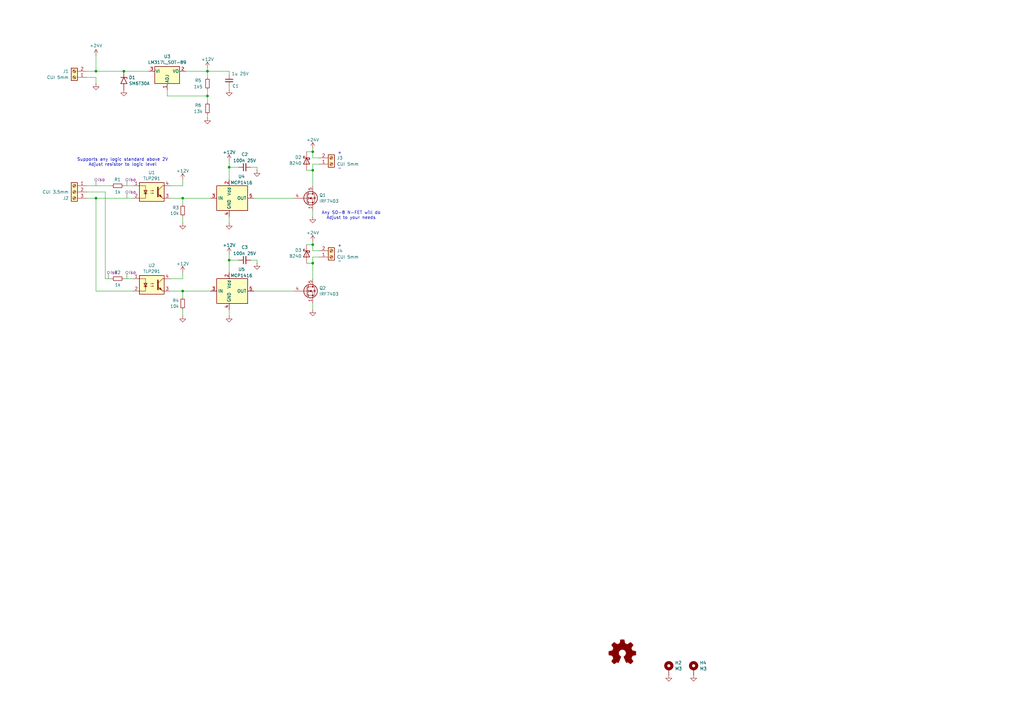
<source format=kicad_sch>
(kicad_sch (version 20231120) (generator "eeschema") (generator_version "8.0")
  (paper "A3")
  (title_block (date "2025-03-08") (company "mctom"))
  (lib_symbols
    (symbol "Connector:Screw_Terminal_01x02" (pin_names (offset 1.016) hide)
      (property "Reference" "J" (at 0 2.54 0))
      (property "Value" "Screw_Terminal_01x02" (at 0 -5.08 0))
      (symbol "Screw_Terminal_01x02_1_1"
        (rectangle (start -1.27 1.27) (end 1.27 -3.81) (stroke (width 0.254)) (fill (type background)))
        (circle (center 0 -2.54) (radius 0.635) (stroke (width 0.1524)))
        (polyline (pts (xy -0.5334 -2.2098) (xy 0.3302 -3.048)) (stroke (width 0.1524)))
        (polyline (pts (xy -0.5334 0.3302) (xy 0.3302 -0.508)) (stroke (width 0.1524)))
        (polyline (pts (xy -0.3556 -2.032) (xy 0.508 -2.8702)) (stroke (width 0.1524)))
        (polyline (pts (xy -0.3556 0.508) (xy 0.508 -0.3302)) (stroke (width 0.1524)))
        (circle (center 0 0) (radius 0.635) (stroke (width 0.1524)))
        (pin passive line (at -5.08 0 0) (length 3.81) (name "Pin_1") (number "1"))
        (pin passive line (at -5.08 -2.54 0) (length 3.81) (name "Pin_2") (number "2"))
      )
    )
    (symbol "Connector:Screw_Terminal_01x03" (pin_names (offset 1.016) hide)
      (property "Reference" "J" (at 0 5.08 0))
      (property "Value" "Screw_Terminal_01x03" (at 0 -5.08 0))
      (symbol "Screw_Terminal_01x03_1_1"
        (rectangle (start -1.27 3.81) (end 1.27 -3.81) (stroke (width 0.254)) (fill (type background)))
        (circle (center 0 -2.54) (radius 0.635) (stroke (width 0.1524)))
        (polyline (pts (xy -0.5334 -2.2098) (xy 0.3302 -3.048)) (stroke (width 0.1524)))
        (polyline (pts (xy -0.5334 0.3302) (xy 0.3302 -0.508)) (stroke (width 0.1524)))
        (polyline (pts (xy -0.5334 2.8702) (xy 0.3302 2.032)) (stroke (width 0.1524)))
        (polyline (pts (xy -0.3556 -2.032) (xy 0.508 -2.8702)) (stroke (width 0.1524)))
        (polyline (pts (xy -0.3556 0.508) (xy 0.508 -0.3302)) (stroke (width 0.1524)))
        (polyline (pts (xy -0.3556 3.048) (xy 0.508 2.2098)) (stroke (width 0.1524)))
        (circle (center 0 0) (radius 0.635) (stroke (width 0.1524)))
        (circle (center 0 2.54) (radius 0.635) (stroke (width 0.1524)))
        (pin passive line (at -5.08 2.54 0) (length 3.81) (name "Pin_1") (number "1"))
        (pin passive line (at -5.08 0 0) (length 3.81) (name "Pin_2") (number "2"))
        (pin passive line (at -5.08 -2.54 0) (length 3.81) (name "Pin_3") (number "3"))
      )
    )
    (symbol "Device:C_Small" (pin_numbers hide) (pin_names (offset 0.254) hide)
      (property "Reference" "C" (at 0.254 1.778 0))
      (property "Value" "C_Small" (at 0.254 -2.032 0))
      (symbol "C_Small_0_1"
        (polyline (pts (xy -1.524 -0.508) (xy 1.524 -0.508)) (stroke (width 0.3302)))
        (polyline (pts (xy -1.524 0.508) (xy 1.524 0.508)) (stroke (width 0.3048)))
      )
      (symbol "C_Small_1_1"
        (pin passive line (at 0 2.54 270) (length 2.032) (name "~") (number "1"))
        (pin passive line (at 0 -2.54 90) (length 2.032) (name "~") (number "2"))
      )
    )
    (symbol "Device:R_Small" (pin_numbers hide) (pin_names (offset 0.254) hide)
      (property "Reference" "R" (at 0.762 0.508 0))
      (property "Value" "R_Small" (at 0.762 -1.016 0))
      (symbol "R_Small_0_1"
        (rectangle (start -0.762 1.778) (end 0.762 -1.778) (stroke (width 0.2032)))
      )
      (symbol "R_Small_1_1"
        (pin passive line (at 0 2.54 270) (length 0.762) (name "~") (number "1"))
        (pin passive line (at 0 -2.54 90) (length 0.762) (name "~") (number "2"))
      )
    )
    (symbol "Diode:B240" (pin_numbers hide) (pin_names (offset 1.016) hide)
      (property "Reference" "D" (at 0 2.54 0))
      (property "Value" "B240" (at 0 -2.54 0))
      (symbol "B240_0_1"
        (polyline (pts (xy 1.27 0) (xy -1.27 0)))
        (polyline (pts (xy 1.27 1.27) (xy 1.27 -1.27) (xy -1.27 0) (xy 1.27 1.27)) (stroke (width 0.254)))
        (polyline (pts (xy -1.905 0.635) (xy -1.905 1.27) (xy -1.27 1.27) (xy -1.27 -1.27) (xy -0.635 -1.27) (xy -0.635 -0.635)) (stroke (width 0.254)))
      )
      (symbol "B240_1_1"
        (pin passive line (at -3.81 0 0) (length 2.54) (name "K") (number "1"))
        (pin passive line (at 3.81 0 180) (length 2.54) (name "A") (number "2"))
      )
    )
    (symbol "Diode:SM6T30A" (pin_numbers hide) (pin_names (offset 1.016) hide)
      (property "Reference" "D" (at 0 2.54 0))
      (property "Value" "SM6T30A" (at 0 -2.54 0))
      (symbol "SM6T30A_0_1"
        (polyline (pts (xy -0.762 1.27) (xy -1.27 1.27) (xy -1.27 -1.27)) (stroke (width 0.254)))
        (polyline (pts (xy 1.27 1.27) (xy 1.27 -1.27) (xy -1.27 0) (xy 1.27 1.27)) (stroke (width 0.254)))
      )
      (symbol "SM6T30A_1_1"
        (pin passive line (at -3.81 0 0) (length 2.54) (name "A1") (number "1"))
        (pin passive line (at 3.81 0 180) (length 2.54) (name "A2") (number "2"))
      )
    )
    (symbol "Driver_FET:MCP1416"
      (property "Reference" "U" (at -5.08 6.35 0))
      (property "Value" "MCP1416" (at 1.27 6.35 0))
      (symbol "MCP1416_0_1"
        (rectangle (start -5.08 5.08) (end 7.62 -5.08) (stroke (width 0.254)) (fill (type background)))
      )
      (symbol "MCP1416_1_1"
        (pin no_connect line (at 7.62 -2.54 180) (length 2.54) hide (name "NC") (number "1"))
        (pin power_in line (at 0 7.62 270) (length 2.54) (name "Vdd") (number "2"))
        (pin input line (at -7.62 0 0) (length 2.54) (name "IN") (number "3"))
        (pin power_in line (at 0 -7.62 90) (length 2.54) (name "GND") (number "4"))
        (pin output line (at 10.16 0 180) (length 2.54) (name "OUT") (number "5"))
      )
    )
    (symbol "Graphic:Logo_Open_Hardware_Small" (in_bom no) (on_board no)
      (symbol "Logo_Open_Hardware_Small_0_1"
        (polyline (pts (xy 3.3528 -4.3434) (xy 3.302 -4.318) (xy 3.175 -4.2418) (xy 2.9972 -4.1148) (xy 2.7686 -3.9624) (xy 2.54 -3.81) (xy 2.3622 -3.7084) (xy 2.2352 -3.6068) (xy 2.1844 -3.5814) (xy 2.159 -3.6068) (xy 2.0574 -3.6576) (xy 1.905 -3.7338) (xy 1.8034 -3.7846) (xy 1.6764 -3.8354) (xy 1.6002 -3.8354) (xy 1.6002 -3.8354) (xy 1.5494 -3.7338) (xy 1.4732 -3.5306) (xy 1.3462 -3.302) (xy 1.2446 -3.0226) (xy 1.1176 -2.7178) (xy 0.9652 -2.413) (xy 0.8636 -2.1082) (xy 0.7366 -1.8288) (xy 0.6604 -1.6256) (xy 0.6096 -1.4732) (xy 0.5842 -1.397) (xy 0.5842 -1.397) (xy 0.6604 -1.3208) (xy 0.7874 -1.2446) (xy 1.0414 -1.016) (xy 1.2954 -0.6858) (xy 1.4478 -0.3302) (xy 1.524 0.0762) (xy 1.4732 0.4572) (xy 1.3208 0.8128) (xy 1.0668 1.143) (xy 0.762 1.3716) (xy 0.4064 1.524) (xy 0 1.5748) (xy -0.381 1.5494) (xy -0.7366 1.397) (xy -1.0668 1.143) (xy -1.2192 0.9906) (xy -1.397 0.6604) (xy -1.524 0.3048) (xy -1.524 0.2286) (xy -1.4986 -0.1778) (xy -1.397 -0.5334) (xy -1.1938 -0.8636) (xy -0.9144 -1.143) (xy -0.8636 -1.1684) (xy -0.7366 -1.27) (xy -0.635 -1.3462) (xy -0.5842 -1.397) (xy -1.0668 -2.5908) (xy -1.143 -2.794) (xy -1.2954 -3.1242) (xy -1.397 -3.4036) (xy -1.4986 -3.6322) (xy -1.5748 -3.7846) (xy -1.6002 -3.8354) (xy -1.6002 -3.8354) (xy -1.651 -3.8354) (xy -1.7272 -3.81) (xy -1.905 -3.7338) (xy -2.0066 -3.683) (xy -2.1336 -3.6068) (xy -2.2098 -3.5814) (xy -2.2606 -3.6068) (xy -2.3622 -3.683) (xy -2.54 -3.81) (xy -2.7686 -3.9624) (xy -2.9718 -4.0894) (xy -3.1496 -4.2164) (xy -3.302 -4.318) (xy -3.3528 -4.3434) (xy -3.3782 -4.3434) (xy -3.429 -4.318) (xy -3.5306 -4.2164) (xy -3.7084 -4.064) (xy -3.937 -3.8354) (xy -3.9624 -3.81) (xy -4.1656 -3.6068) (xy -4.318 -3.4544) (xy -4.4196 -3.3274) (xy -4.445 -3.2766) (xy -4.445 -3.2766) (xy -4.4196 -3.2258) (xy -4.318 -3.0734) (xy -4.2164 -2.8956) (xy -4.064 -2.667) (xy -3.6576 -2.0828) (xy -3.8862 -1.5494) (xy -3.937 -1.3716) (xy -4.0386 -1.1684) (xy -4.0894 -1.0414) (xy -4.1148 -0.9652) (xy -4.191 -0.9398) (xy -4.318 -0.9144) (xy -4.5466 -0.8636) (xy -4.8006 -0.8128) (xy -5.0546 -0.7874) (xy -5.2578 -0.7366) (xy -5.4356 -0.7112) (xy -5.5118 -0.6858) (xy -5.5118 -0.6858) (xy -5.5372 -0.635) (xy -5.5372 -0.5588) (xy -5.5372 -0.4318) (xy -5.5626 -0.2286) (xy -5.5626 0.0762) (xy -5.5626 0.127) (xy -5.5372 0.4064) (xy -5.5372 0.635) (xy -5.5372 0.762) (xy -5.5372 0.8382) (xy -5.5372 0.8382) (xy -5.461 0.8382) (xy -5.3086 0.889) (xy -5.08 0.9144) (xy -4.826 0.9652) (xy -4.8006 0.9906) (xy -4.5466 1.0414) (xy -4.318 1.0668) (xy -4.1656 1.1176) (xy -4.0894 1.143) (xy -4.0894 1.143) (xy -4.0386 1.2446) (xy -3.9624 1.4224) (xy -3.8608 1.6256) (xy -3.7846 1.8288) (xy -3.7084 2.0066) (xy -3.6576 2.159) (xy -3.6322 2.2098) (xy -3.6322 2.2098) (xy -3.683 2.286) (xy -3.7592 2.413) (xy -3.8862 2.5908) (xy -4.064 2.8194) (xy -4.064 2.8448) (xy -4.2164 3.0734) (xy -4.3434 3.2512) (xy -4.4196 3.3782) (xy -4.445 3.4544) (xy -4.445 3.4544) (xy -4.3942 3.5052) (xy -4.2926 3.6322) (xy -4.1148 3.81) (xy -3.937 4.0132) (xy -3.8608 4.064) (xy -3.6576 4.2926) (xy -3.5052 4.4196) (xy -3.4036 4.4958) (xy -3.3528 4.5212) (xy -3.3528 4.5212) (xy -3.302 4.4704) (xy -3.1496 4.3688) (xy -2.9718 4.2418) (xy -2.7432 4.0894) (xy -2.7178 4.0894) (xy -2.4892 3.937) (xy -2.3114 3.81) (xy -2.1844 3.7084) (xy -2.1336 3.683) (xy -2.1082 3.683) (xy -2.032 3.7084) (xy -1.8542 3.7592) (xy -1.6764 3.8354) (xy -1.4732 3.937) (xy -1.27 4.0132) (xy -1.143 4.064) (xy -1.0668 4.1148) (xy -1.0668 4.1148) (xy -1.0414 4.191) (xy -1.016 4.3434) (xy -0.9652 4.572) (xy -0.9144 4.8514) (xy -0.889 4.9022) (xy -0.8382 5.1562) (xy -0.8128 5.3848) (xy -0.7874 5.5372) (xy -0.762 5.588) (xy -0.7112 5.6134) (xy -0.5842 5.6134) (xy -0.4064 5.6134) (xy -0.1524 5.6134) (xy 0.0762 5.6134) (xy 0.3302 5.6134) (xy 0.5334 5.6134) (xy 0.6858 5.588) (xy 0.7366 5.588) (xy 0.7366 5.588) (xy 0.762 5.5118) (xy 0.8128 5.334) (xy 0.8382 5.1054) (xy 0.9144 4.826) (xy 0.9144 4.7752) (xy 0.9652 4.5212) (xy 1.016 4.2926) (xy 1.0414 4.1402) (xy 1.0668 4.0894) (xy 1.0668 4.0894) (xy 1.1938 4.0386) (xy 1.3716 3.9624) (xy 1.5748 3.8608) (xy 2.0828 3.6576) (xy 2.7178 4.0894) (xy 2.7686 4.1402) (xy 2.9972 4.2926) (xy 3.175 4.4196) (xy 3.302 4.4958) (xy 3.3782 4.5212) (xy 3.3782 4.5212) (xy 3.429 4.4704) (xy 3.556 4.3434) (xy 3.7338 4.191) (xy 3.9116 3.9878) (xy 4.064 3.8354) (xy 4.2418 3.6576) (xy 4.3434 3.556) (xy 4.4196 3.4798) (xy 4.4196 3.429) (xy 4.4196 3.4036) (xy 4.3942 3.3274) (xy 4.2926 3.2004) (xy 4.1656 2.9972) (xy 4.0132 2.794) (xy 3.8862 2.5908) (xy 3.7592 2.3876) (xy 3.6576 2.2352) (xy 3.6322 2.159) (xy 3.6322 2.1336) (xy 3.683 2.0066) (xy 3.7592 1.8288) (xy 3.8608 1.6002) (xy 4.064 1.1176) (xy 4.3942 1.0414) (xy 4.5974 1.016) (xy 4.8768 0.9652) (xy 5.1308 0.9144) (xy 5.5372 0.8382) (xy 5.5626 -0.6604) (xy 5.4864 -0.6858) (xy 5.4356 -0.6858) (xy 5.2832 -0.7366) (xy 5.0546 -0.762) (xy 4.8006 -0.8128) (xy 4.5974 -0.8636) (xy 4.3688 -0.9144) (xy 4.2164 -0.9398) (xy 4.1402 -0.9398) (xy 4.1148 -0.9652) (xy 4.064 -1.0668) (xy 3.9878 -1.2446) (xy 3.9116 -1.4478) (xy 3.81 -1.651) (xy 3.7338 -1.8542) (xy 3.683 -2.0066) (xy 3.6576 -2.0828) (xy 3.683 -2.1336) (xy 3.7846 -2.2606) (xy 3.8862 -2.4638) (xy 4.0386 -2.667) (xy 4.191 -2.8956) (xy 4.318 -3.0734) (xy 4.3942 -3.2004) (xy 4.445 -3.2766) (xy 4.4196 -3.3274) (xy 4.3434 -3.429) (xy 4.1656 -3.5814) (xy 3.937 -3.8354) (xy 3.8862 -3.8608) (xy 3.683 -4.064) (xy 3.5306 -4.2164) (xy 3.4036 -4.318) (xy 3.3528 -4.3434)) (fill (type outline)))
      )
    )
    (symbol "Isolator:TLP291"
      (property "Reference" "U" (at -5.08 5.08 0))
      (property "Value" "TLP291" (at 0 5.08 0))
      (symbol "TLP291_0_1"
        (rectangle (start -5.08 3.81) (end 5.08 -3.81) (stroke (width 0.254)) (fill (type background)))
        (polyline (pts (xy -3.175 -0.635) (xy -1.905 -0.635)) (stroke (width 0.254)))
        (polyline (pts (xy 2.54 0.635) (xy 4.445 2.54)))
        (polyline (pts (xy 4.445 -2.54) (xy 2.54 -0.635)) (fill (type outline)))
        (polyline (pts (xy 4.445 -2.54) (xy 5.08 -2.54)))
        (polyline (pts (xy 4.445 2.54) (xy 5.08 2.54)))
        (polyline (pts (xy -2.54 -0.635) (xy -2.54 -2.54) (xy -5.08 -2.54)))
        (polyline (pts (xy 2.54 1.905) (xy 2.54 -1.905) (xy 2.54 -1.905)) (stroke (width 0.508)))
        (polyline (pts (xy -5.08 2.54) (xy -2.54 2.54) (xy -2.54 -1.27) (xy -2.54 0.635)))
        (polyline (pts (xy -2.54 -0.635) (xy -3.175 0.635) (xy -1.905 0.635) (xy -2.54 -0.635)) (stroke (width 0.254)))
        (polyline (pts (xy -0.508 -0.508) (xy 0.762 -0.508) (xy 0.381 -0.635) (xy 0.381 -0.381) (xy 0.762 -0.508)))
        (polyline (pts (xy -0.508 0.508) (xy 0.762 0.508) (xy 0.381 0.381) (xy 0.381 0.635) (xy 0.762 0.508)))
        (polyline (pts (xy 3.048 -1.651) (xy 3.556 -1.143) (xy 4.064 -2.159) (xy 3.048 -1.651) (xy 3.048 -1.651)) (fill (type outline)))
      )
      (symbol "TLP291_1_1"
        (pin passive line (at -7.62 2.54 0) (length 2.54) (name "~") (number "1"))
        (pin passive line (at -7.62 -2.54 0) (length 2.54) (name "~") (number "2"))
        (pin passive line (at 7.62 -2.54 180) (length 2.54) (name "~") (number "3"))
        (pin passive line (at 7.62 2.54 180) (length 2.54) (name "~") (number "4"))
      )
    )
    (symbol "Mechanical:MountingHole_Pad" (pin_numbers hide) (pin_names (offset 1.016) hide) (exclude_from_sim yes) (in_bom no)
      (property "Reference" "H" (at 0 6.35 0))
      (property "Value" "MountingHole_Pad" (at 0 4.445 0))
      (symbol "MountingHole_Pad_0_1"
        (circle (center 0 1.27) (radius 1.27) (stroke (width 1.27)))
      )
      (symbol "MountingHole_Pad_1_1"
        (pin input line (at 0 -2.54 90) (length 2.54) (name "1") (number "1"))
      )
    )
    (symbol "Regulator_Linear:LM317L_SOT-89" (pin_names (offset 0.254))
      (property "Reference" "U" (at -3.81 3.175 0))
      (property "Value" "LM317L_SOT-89" (at 0 3.175 0))
      (symbol "LM317L_SOT-89_0_1"
        (rectangle (start -5.08 1.905) (end 5.08 -5.08) (stroke (width 0.254)) (fill (type background)))
      )
      (symbol "LM317L_SOT-89_1_1"
        (pin input line (at 0 -7.62 90) (length 2.54) (name "ADJ") (number "1"))
        (pin power_out line (at 7.62 0 180) (length 2.54) (name "VO") (number "2"))
        (pin power_in line (at -7.62 0 0) (length 2.54) (name "VI") (number "3"))
      )
    )
    (symbol "Transistor_FET:IRF7403" (pin_names hide)
      (property "Reference" "Q" (at 5.08 1.905 0))
      (property "Value" "IRF7403" (at 5.08 0 0))
      (symbol "IRF7403_0_1"
        (polyline (pts (xy 0.254 0) (xy -2.54 0)))
        (polyline (pts (xy 0.254 1.905) (xy 0.254 -1.905)) (stroke (width 0.254)))
        (polyline (pts (xy 0.762 -1.27) (xy 0.762 -2.286)) (stroke (width 0.254)))
        (polyline (pts (xy 0.762 0.508) (xy 0.762 -0.508)) (stroke (width 0.254)))
        (polyline (pts (xy 0.762 2.286) (xy 0.762 1.27)) (stroke (width 0.254)))
        (polyline (pts (xy 2.54 2.54) (xy 2.54 1.778)))
        (polyline (pts (xy 2.54 -2.54) (xy 2.54 0) (xy 0.762 0)))
        (polyline (pts (xy 0.762 -1.778) (xy 3.302 -1.778) (xy 3.302 1.778) (xy 0.762 1.778)))
        (polyline (pts (xy 1.016 0) (xy 2.032 0.381) (xy 2.032 -0.381) (xy 1.016 0)) (fill (type outline)))
        (polyline (pts (xy 2.794 0.508) (xy 2.921 0.381) (xy 3.683 0.381) (xy 3.81 0.254)))
        (polyline (pts (xy 3.302 0.381) (xy 2.921 -0.254) (xy 3.683 -0.254) (xy 3.302 0.381)))
        (circle (center 1.651 0) (radius 2.794) (stroke (width 0.254)))
        (circle (center 2.54 -1.778) (radius 0.254) (fill (type outline)))
        (circle (center 2.54 1.778) (radius 0.254) (fill (type outline)))
      )
      (symbol "IRF7403_1_1"
        (pin passive line (at 2.54 -5.08 90) (length 2.54) (name "S") (number "1"))
        (pin passive line (at 2.54 -5.08 90) (length 2.54) hide (name "S") (number "2"))
        (pin passive line (at 2.54 -5.08 90) (length 2.54) hide (name "S") (number "3"))
        (pin input line (at -5.08 0 0) (length 2.54) (name "G") (number "4"))
        (pin passive line (at 2.54 5.08 270) (length 2.54) (name "D") (number "5"))
        (pin passive line (at 2.54 5.08 270) (length 2.54) hide (name "D") (number "6"))
        (pin passive line (at 2.54 5.08 270) (length 2.54) hide (name "D") (number "7"))
        (pin passive line (at 2.54 5.08 270) (length 2.54) hide (name "D") (number "8"))
      )
    )
    (symbol "power:+12V" (power) (pin_names (offset 0))
      (property "Value" "+12V" (at 0 3.556 0))
      (symbol "+12V_0_1"
        (polyline (pts (xy -0.762 1.27) (xy 0 2.54)))
        (polyline (pts (xy 0 0) (xy 0 2.54)))
        (polyline (pts (xy 0 2.54) (xy 0.762 1.27)))
      )
      (symbol "+12V_1_1"
        (pin power_in line (at 0 0 90) (length 0) hide (name "+12V") (number "1"))
      )
    )
    (symbol "power:+24V" (power) (pin_numbers hide) (pin_names (offset 0) hide)
      (property "Value" "+24V" (at 0 3.556 0))
      (symbol "+24V_0_1"
        (polyline (pts (xy -0.762 1.27) (xy 0 2.54)))
        (polyline (pts (xy 0 0) (xy 0 2.54)))
        (polyline (pts (xy 0 2.54) (xy 0.762 1.27)))
      )
      (symbol "+24V_1_1"
        (pin power_in line (at 0 0 90) (length 0) (name "~") (number "1"))
      )
    )
    (symbol "power:GND" (power) (pin_numbers hide) (pin_names (offset 0) hide)
      (property "Value" "GND" (at 0 -3.81 0))
      (symbol "GND_0_1"
        (polyline (pts (xy 0 0) (xy 0 -1.27) (xy 1.27 -1.27) (xy 0 -2.54) (xy -1.27 -1.27) (xy 0 -1.27)))
      )
      (symbol "GND_1_1"
        (pin power_in line (at 0 0 270) (length 0) (name "~") (number "1"))
      )
    )
  )
  (junction (at 93.98 68.58))
  (junction (at 74.93 119.38))
  (junction (at 39.37 81.28))
  (junction (at 93.98 106.68))
  (junction (at 39.37 29.21))
  (junction (at 85.09 29.21))
  (junction (at 50.8 29.21))
  (junction (at 128.27 62.23))
  (junction (at 128.27 107.95))
  (junction (at 128.27 69.85))
  (junction (at 74.93 81.28))
  (junction (at 128.27 100.33))
  (junction (at 85.09 39.37))
  (wire (pts (xy 93.98 88.9) (xy 93.98 91.44)))
  (wire (pts (xy 128.27 86.36) (xy 128.27 88.9)))
  (wire (pts (xy 69.85 119.38) (xy 74.93 119.38)))
  (wire (pts (xy 128.27 105.41) (xy 128.27 107.95)))
  (wire (pts (xy 69.85 76.2) (xy 74.93 76.2)))
  (wire (pts (xy 85.09 39.37) (xy 85.09 41.91)))
  (wire (pts (xy 125.73 69.85) (xy 128.27 69.85)))
  (wire (pts (xy 68.58 39.37) (xy 85.09 39.37)))
  (wire (pts (xy 74.93 121.92) (xy 74.93 119.38)))
  (wire (pts (xy 69.85 81.28) (xy 74.93 81.28)))
  (wire (pts (xy 74.93 83.82) (xy 74.93 81.28)))
  (wire (pts (xy 104.14 119.38) (xy 120.65 119.38)))
  (wire (pts (xy 43.18 114.3) (xy 45.72 114.3)))
  (wire (pts (xy 74.93 73.66) (xy 74.93 76.2)))
  (wire (pts (xy 35.56 29.21) (xy 39.37 29.21)))
  (wire (pts (xy 50.8 29.21) (xy 60.96 29.21)))
  (wire (pts (xy 74.93 127) (xy 74.93 129.54)))
  (wire (pts (xy 50.8 114.3) (xy 54.61 114.3)))
  (wire (pts (xy 130.81 102.87) (xy 128.27 102.87)))
  (wire (pts (xy 128.27 124.46) (xy 128.27 127)))
  (wire (pts (xy 93.98 35.56) (xy 93.98 36.83)))
  (wire (pts (xy 74.93 111.76) (xy 74.93 114.3)))
  (wire (pts (xy 85.09 46.99) (xy 85.09 48.26)))
  (wire (pts (xy 128.27 62.23) (xy 128.27 64.77)))
  (wire (pts (xy 68.58 36.83) (xy 68.58 39.37)))
  (wire (pts (xy 74.93 88.9) (xy 74.93 91.44)))
  (wire (pts (xy 93.98 68.58) (xy 97.79 68.58)))
  (wire (pts (xy 39.37 81.28) (xy 39.37 119.38)))
  (wire (pts (xy 39.37 29.21) (xy 50.8 29.21)))
  (wire (pts (xy 74.93 81.28) (xy 86.36 81.28)))
  (wire (pts (xy 69.85 114.3) (xy 74.93 114.3)))
  (wire (pts (xy 105.41 69.85) (xy 105.41 68.58)))
  (wire (pts (xy 39.37 22.86) (xy 39.37 29.21)))
  (wire (pts (xy 35.56 81.28) (xy 39.37 81.28)))
  (wire (pts (xy 50.8 76.2) (xy 54.61 76.2)))
  (wire (pts (xy 93.98 127) (xy 93.98 129.54)))
  (wire (pts (xy 39.37 81.28) (xy 54.61 81.28)))
  (wire (pts (xy 105.41 107.95) (xy 105.41 106.68)))
  (wire (pts (xy 85.09 29.21) (xy 85.09 27.94)))
  (wire (pts (xy 93.98 106.68) (xy 93.98 111.76)))
  (wire (pts (xy 128.27 100.33) (xy 128.27 102.87)))
  (wire (pts (xy 104.14 81.28) (xy 120.65 81.28)))
  (wire (pts (xy 74.93 119.38) (xy 86.36 119.38)))
  (wire (pts (xy 76.2 29.21) (xy 85.09 29.21)))
  (wire (pts (xy 93.98 106.68) (xy 97.79 106.68)))
  (wire (pts (xy 39.37 31.75) (xy 39.37 34.29)))
  (wire (pts (xy 128.27 67.31) (xy 130.81 67.31)))
  (wire (pts (xy 85.09 29.21) (xy 85.09 31.75)))
  (wire (pts (xy 85.09 36.83) (xy 85.09 39.37)))
  (wire (pts (xy 85.09 29.21) (xy 93.98 29.21)))
  (wire (pts (xy 43.18 78.74) (xy 43.18 114.3)))
  (wire (pts (xy 102.87 68.58) (xy 105.41 68.58)))
  (wire (pts (xy 128.27 107.95) (xy 128.27 114.3)))
  (wire (pts (xy 125.73 107.95) (xy 128.27 107.95)))
  (wire (pts (xy 128.27 67.31) (xy 128.27 69.85)))
  (wire (pts (xy 35.56 76.2) (xy 45.72 76.2)))
  (wire (pts (xy 35.56 31.75) (xy 39.37 31.75)))
  (wire (pts (xy 128.27 60.96) (xy 128.27 62.23)))
  (wire (pts (xy 128.27 105.41) (xy 130.81 105.41)))
  (wire (pts (xy 130.81 64.77) (xy 128.27 64.77)))
  (wire (pts (xy 35.56 78.74) (xy 43.18 78.74)))
  (wire (pts (xy 93.98 68.58) (xy 93.98 73.66)))
  (wire (pts (xy 102.87 106.68) (xy 105.41 106.68)))
  (wire (pts (xy 128.27 99.06) (xy 128.27 100.33)))
  (wire (pts (xy 128.27 69.85) (xy 128.27 76.2)))
  (wire (pts (xy 39.37 119.38) (xy 54.61 119.38)))
  (wire (pts (xy 93.98 104.14) (xy 93.98 106.68)))
  (wire (pts (xy 125.73 100.33) (xy 128.27 100.33)))
  (wire (pts (xy 93.98 66.04) (xy 93.98 68.58)))
  (wire (pts (xy 125.73 62.23) (xy 128.27 62.23)))
  (wire (pts (xy 93.98 30.48) (xy 93.98 29.21)))
  (text "Any SO-8 N-FET will do\nAdjust to your needs" (at 144.018 88.392 0) (effects (font (size 1.27 1.27))))
  (text "+" (at 138.43 101.6 0) (effects (font (size 1.27 1.27)) (justify left bottom)))
  (text "+" (at 138.43 63.5 0) (effects (font (size 1.27 1.27)) (justify left bottom)))
  (text "-" (at 138.43 107.95 0) (effects (font (size 1.27 1.27)) (justify left bottom)))
  (text "Supports any logic standard above 2V\nAdjust resistor to logic level" (at 50.292 66.548 0) (effects (font (size 1.27 1.27))))
  (text "-" (at 138.43 69.85 0) (effects (font (size 1.27 1.27)) (justify left bottom)))
  (netclass_flag "" (length 2.54) (shape round) (at 39.37 76.2 0) (property "Netclass" "Iso" (at 40.0685 73.66 0) (effects (font (italic yes)) (justify left))))
  (netclass_flag "" (length 2.54) (shape round) (at 52.07 76.2 0) (property "Netclass" "Iso" (at 52.7685 73.66 0) (effects (font (italic yes)) (justify left))))
  (netclass_flag "" (length 2.54) (shape round) (at 44.45 114.3 0) (property "Netclass" "Iso" (at 45.1485 111.76 0) (effects (font (italic yes)) (justify left))))
  (netclass_flag "" (length 2.54) (shape round) (at 52.07 81.28 0) (property "Netclass" "Iso" (at 52.7685 78.74 0) (effects (font (italic yes)) (justify left))))
  (netclass_flag "" (length 2.54) (shape round) (at 52.07 114.3 0) (property "Netclass" "Iso" (at 52.7685 111.76 0) (effects (font (italic yes)) (justify left))))
  (symbol (lib_id "Isolator:TLP291") (at 62.23 78.74 0) (unit 1)
    (property "Reference" "U1" (at 62.23 70.7855 0))
    (property "Value" "TLP291" (at 62.23 73.2098 0))
    (property "Footprint" "Package_SO:SOIC-4_4.55x2.6mm_P1.27mm" (effects (hide yes)))
    (property "Datasheet" "https://toshiba.semicon-storage.com/info/docget.jsp?did=12884&prodName=TLP291" (effects (hide yes)))
    (property "Description" "DC Optocoupler, Vce 80V, CTR 50-100%, SOP4" (effects (hide yes)))
    (property "LCSC" "C55144" (effects (hide yes)))
  )
  (symbol (lib_id "Connector:Screw_Terminal_01x02") (at 30.48 31.75 180) (unit 1) (in_bom no)
    (property "Reference" "J1" (at 28.194 29.21 0) (effects (justify left)))
    (property "Value" "CUI 5mm" (at 28.194 31.75 0) (effects (justify left)))
    (property "Footprint" "libs:CUI_TBP04R12-500-02BE" (effects (hide yes)))
  )
  (symbol (lib_id "Transistor_FET:IRF7403") (at 125.73 119.38 0) (unit 1)
    (property "Reference" "Q2" (at 130.937 118.1678 0) (effects (justify left)))
    (property "Value" "IRF7403" (at 130.937 120.5921 0) (effects (justify left)))
    (property "Footprint" "Package_SO:SOIC-8_3.9x4.9mm_P1.27mm" (effects (hide yes)))
    (property "Datasheet" "https://www.infineon.com/dgdl/irf7403pbf.pdf?fileId=5546d462533600a4015355fa23541b9c" (effects (hide yes)))
    (property "Description" "9.7A Id, 30V Vds, N-Channel HEXFET Power MOSFET, SO-8" (effects (hide yes)))
    (property "LCSC" "C334232" (effects (hide yes)))
  )
  (symbol (lib_id "power:GND") (at 105.41 107.95 0) (unit 1)
    (property "Reference" "#PWR016" (effects (hide yes)))
    (property "Value" "GND" (effects (hide yes)))
  )
  (symbol (lib_id "Device:C_Small") (at 100.33 106.68 90) (unit 1)
    (property "Reference" "C3" (at 100.3363 101.4181 90))
    (property "Value" "100n 25V" (at 100.3363 103.955 90))
    (property "Footprint" "Capacitor_SMD:C_0603_1608Metric" (effects (hide yes)))
    (property "LCSC" "C14663" (effects (hide yes)))
  )
  (symbol (lib_id "power:GND") (at 93.98 91.44 0) (unit 1)
    (property "Reference" "#PWR012" (effects (hide yes)))
    (property "Value" "GND" (effects (hide yes)))
  )
  (symbol (lib_id "power:+12V") (at 85.09 27.94 0) (unit 1)
    (property "Reference" "#PWR08" (effects (hide yes)))
    (property "Value" "+12V" (at 85.09 24.3642 0))
  )
  (symbol (lib_id "power:GND") (at 93.98 36.83 0) (unit 1)
    (property "Reference" "#PWR010" (effects (hide yes)))
    (property "Value" "GND" (effects (hide yes)))
  )
  (symbol (lib_id "power:GND") (at 39.37 34.29 0) (unit 1)
    (property "Reference" "#PWR02" (effects (hide yes)))
    (property "Value" "GND" (effects (hide yes)))
  )
  (symbol (lib_id "Diode:B240") (at 125.73 66.04 90) (mirror x) (unit 1)
    (property "Reference" "D2" (at 123.698 64.5103 90) (effects (justify left)))
    (property "Value" "B240" (at 123.698 66.9346 90) (effects (justify left)))
    (property "Footprint" "Diode_SMD:D_SMB" (effects (hide yes)))
    (property "Datasheet" "http://www.jameco.com/Jameco/Products/ProdDS/1538777.pdf" (effects (hide yes)))
    (property "Description" "40V 2A Schottky Barrier Rectifier Diode, SMB" (effects (hide yes)))
    (property "LCSC" "C110483" (effects (hide yes)))
  )
  (symbol (lib_id "power:GND") (at 50.8 36.83 0) (unit 1)
    (property "Reference" "#PWR03" (effects (hide yes)))
    (property "Value" "GND" (effects (hide yes)))
  )
  (symbol (lib_id "Regulator_Linear:LM317L_SOT-89") (at 68.58 29.21 0) (unit 1)
    (property "Reference" "U3" (at 68.58 23.1605 0))
    (property "Value" "LM317L_SOT-89" (at 68.58 25.5848 0))
    (property "Footprint" "Package_TO_SOT_SMD:SOT-89-3" (effects (hide yes)))
    (property "Datasheet" "http://www.ti.com/lit/ds/symlink/lm317l.pdf" (effects (hide yes)))
    (property "Description" "100mA 35V Adjustable Linear Regulator, SOT-89" (effects (hide yes)))
    (property "LCSC" "C112537" (effects (hide yes)))
  )
  (symbol (lib_id "Driver_FET:MCP1416") (at 93.98 119.38 0) (unit 1)
    (property "Reference" "U5" (at 99.06 110.49 0))
    (property "Value" "MCP1416" (at 99.06 113.03 0))
    (property "Footprint" "Package_TO_SOT_SMD:SOT-23-5" (effects (hide yes)))
    (property "Datasheet" "http://ww1.microchip.com/downloads/en/DeviceDoc/20002092F.pdf" (effects (hide yes)))
    (property "LCSC" "C83775" (effects (hide yes)))
  )
  (symbol (lib_id "Connector:Screw_Terminal_01x03") (at 30.48 78.74 0) (mirror y) (unit 1) (in_bom no)
    (property "Reference" "J2" (at 28.194 81.28 0) (effects (justify left)))
    (property "Value" "CUI 3.5mm" (at 28.194 78.74 0) (effects (justify left)))
    (property "Footprint" "libs:CUI_TBP03R1-350-03BE" (effects (hide yes)))
  )
  (symbol (lib_id "power:+12V") (at 74.93 111.76 0) (unit 1)
    (property "Reference" "#PWR06" (effects (hide yes)))
    (property "Value" "+12V" (at 74.93 108.1842 0))
  )
  (symbol (lib_id "Mechanical:MountingHole_Pad") (at 284.48 274.32 0) (unit 1) (exclude_from_sim yes) (in_bom no)
    (property "Reference" "H4" (at 287.02 271.8378 0) (effects (justify left)))
    (property "Value" "M3" (at 287.02 274.2621 0) (effects (justify left)))
    (property "Footprint" "MountingHole:MountingHole_3.2mm_M3_DIN965_Pad" (effects (hide yes)))
    (property "Description" "Mounting Hole with connection" (effects (hide yes)))
  )
  (symbol (lib_id "Diode:SM6T30A") (at 50.8 33.02 270) (unit 1)
    (property "Reference" "D1" (at 52.832 31.8078 90) (effects (justify left)))
    (property "Value" "SM6T30A" (at 52.832 34.2321 90) (effects (justify left)))
    (property "Footprint" "Diode_SMD:D_SMB" (effects (hide yes)))
    (property "Datasheet" "https://www.st.com/resource/en/datasheet/sm6t.pdf" (effects (hide yes)))
    (property "Description" "600W unidirectional Transil Transient Voltage Suppressor, 30Vrwm, DO-214AA" (effects (hide yes)))
    (property "LCSC" "C110904" (effects (hide yes)))
  )
  (symbol (lib_id "power:+24V") (at 128.27 99.06 0) (unit 1)
    (property "Reference" "#PWR019" (effects (hide yes)))
    (property "Value" "+24V" (at 128.27 95.4842 0))
  )
  (symbol (lib_id "Device:R_Small") (at 85.09 34.29 180) (unit 1)
    (property "Reference" "R5" (at 81.28 33.02 0))
    (property "Value" "1k5" (at 81.28 35.56 0))
    (property "Footprint" "Resistor_SMD:R_0603_1608Metric" (effects (hide yes)))
    (property "LCSC" "C22843" (effects (hide yes)))
  )
  (symbol (lib_id "power:GND") (at 74.93 91.44 0) (unit 1)
    (property "Reference" "#PWR05" (effects (hide yes)))
    (property "Value" "GND" (effects (hide yes)))
  )
  (symbol (lib_id "Mechanical:MountingHole_Pad") (at 274.32 274.32 0) (unit 1) (exclude_from_sim yes) (in_bom no)
    (property "Reference" "H2" (at 276.86 271.8378 0) (effects (justify left)))
    (property "Value" "M3" (at 276.86 274.2621 0) (effects (justify left)))
    (property "Footprint" "MountingHole:MountingHole_3.2mm_M3_DIN965_Pad" (effects (hide yes)))
    (property "Description" "Mounting Hole with connection" (effects (hide yes)))
  )
  (symbol (lib_id "Connector:Screw_Terminal_01x02") (at 135.89 67.31 0) (mirror x) (unit 1) (in_bom no)
    (property "Reference" "J3" (at 138.176 64.77 0) (effects (justify left)))
    (property "Value" "CUI 5mm" (at 138.176 67.31 0) (effects (justify left)))
    (property "Footprint" "libs:CUI_TBP04R12-500-02BE" (effects (hide yes)))
  )
  (symbol (lib_id "power:+12V") (at 93.98 104.14 0) (unit 1)
    (property "Reference" "#PWR013" (effects (hide yes)))
    (property "Value" "+12V" (at 93.98 100.5642 0))
  )
  (symbol (lib_id "power:GND") (at 284.48 276.86 0) (unit 1)
    (property "Reference" "#PWR024" (effects (hide yes)))
    (property "Value" "GND" (effects (hide yes)))
  )
  (symbol (lib_id "Device:R_Small") (at 85.09 44.45 180) (unit 1)
    (property "Reference" "R6" (at 81.28 43.18 0))
    (property "Value" "13k" (at 81.28 45.72 0))
    (property "Footprint" "Resistor_SMD:R_0603_1608Metric" (effects (hide yes)))
    (property "LCSC" "C22797" (effects (hide yes)))
  )
  (symbol (lib_id "power:GND") (at 128.27 127 0) (unit 1)
    (property "Reference" "#PWR020" (effects (hide yes)))
    (property "Value" "GND" (effects (hide yes)))
  )
  (symbol (lib_id "Device:R_Small") (at 48.26 114.3 90) (unit 1)
    (property "Reference" "R2" (at 49.53 111.76 90) (effects (justify left)))
    (property "Value" "1k" (at 49.53 116.84 90) (effects (justify left)))
    (property "Footprint" "Resistor_SMD:R_0603_1608Metric" (effects (hide yes)))
    (property "LCSC" "C21190" (effects (hide yes)))
  )
  (symbol (lib_id "power:GND") (at 93.98 129.54 0) (unit 1)
    (property "Reference" "#PWR014" (effects (hide yes)))
    (property "Value" "GND" (effects (hide yes)))
  )
  (symbol (lib_id "power:+24V") (at 39.37 22.86 0) (unit 1)
    (property "Reference" "#PWR01" (effects (hide yes)))
    (property "Value" "+24V" (at 39.37 18.7269 0))
    (property "Description" "Power symbol creates a global label with name \"+24V\"" (effects (hide yes)))
  )
  (symbol (lib_id "Device:C_Small") (at 93.98 33.02 0) (unit 1)
    (property "Reference" "C1" (at 95.25 35.306 0) (effects (justify left)))
    (property "Value" "1u 25V" (at 94.996 30.226 0) (effects (justify left)))
    (property "Footprint" "Capacitor_SMD:C_0603_1608Metric" (effects (hide yes)))
    (property "Description" "Unpolarized capacitor, small symbol" (effects (hide yes)))
    (property "LCSC" "C15849" (effects (hide yes)))
  )
  (symbol (lib_id "power:GND") (at 274.32 276.86 0) (unit 1)
    (property "Reference" "#PWR022" (effects (hide yes)))
    (property "Value" "GND" (effects (hide yes)))
  )
  (symbol (lib_id "Connector:Screw_Terminal_01x02") (at 135.89 105.41 0) (mirror x) (unit 1) (in_bom no)
    (property "Reference" "J4" (at 138.176 102.87 0) (effects (justify left)))
    (property "Value" "CUI 5mm" (at 138.176 105.41 0) (effects (justify left)))
    (property "Footprint" "libs:CUI_TBP04R12-500-02BE" (effects (hide yes)))
  )
  (symbol (lib_id "power:+24V") (at 128.27 60.96 0) (unit 1)
    (property "Reference" "#PWR017" (effects (hide yes)))
    (property "Value" "+24V" (at 128.27 57.3842 0))
  )
  (symbol (lib_id "Graphic:Logo_Open_Hardware_Small") (at 255.27 267.97 0) (unit 1) (exclude_from_sim yes) (in_bom no)
    (property "Reference" "SYM1" (effects (hide yes)))
    (property "Value" "Logo_Open_Hardware_Small" (effects (hide yes)))
    (property "Footprint" "Symbol:OSHW-Logo_7.5x8mm_SilkScreen" (effects (hide yes)))
    (property "Description" "Open Hardware logo, small" (effects (hide yes)))
  )
  (symbol (lib_id "Device:R_Small") (at 74.93 86.36 0) (mirror y) (unit 1)
    (property "Reference" "R3" (at 73.4314 85.1916 0) (effects (justify left)))
    (property "Value" "10k" (at 73.4314 87.503 0) (effects (justify left)))
    (property "Footprint" "Resistor_SMD:R_0603_1608Metric" (effects (hide yes)))
    (property "LCSC" "C25804" (effects (hide yes)))
  )
  (symbol (lib_id "Driver_FET:MCP1416") (at 93.98 81.28 0) (unit 1)
    (property "Reference" "U4" (at 99.06 72.39 0))
    (property "Value" "MCP1416" (at 99.06 74.93 0))
    (property "Footprint" "Package_TO_SOT_SMD:SOT-23-5" (effects (hide yes)))
    (property "Datasheet" "http://ww1.microchip.com/downloads/en/DeviceDoc/20002092F.pdf" (effects (hide yes)))
    (property "LCSC" "C83775" (effects (hide yes)))
  )
  (symbol (lib_id "Diode:B240") (at 125.73 104.14 90) (mirror x) (unit 1)
    (property "Reference" "D3" (at 123.698 102.6103 90) (effects (justify left)))
    (property "Value" "B240" (at 123.698 105.0346 90) (effects (justify left)))
    (property "Footprint" "Diode_SMD:D_SMB" (effects (hide yes)))
    (property "Datasheet" "http://www.jameco.com/Jameco/Products/ProdDS/1538777.pdf" (effects (hide yes)))
    (property "Description" "40V 2A Schottky Barrier Rectifier Diode, SMB" (effects (hide yes)))
    (property "LCSC" "C110483" (effects (hide yes)))
  )
  (symbol (lib_id "Isolator:TLP291") (at 62.23 116.84 0) (unit 1)
    (property "Reference" "U2" (at 62.23 108.8855 0))
    (property "Value" "TLP291" (at 62.23 111.3098 0))
    (property "Footprint" "Package_SO:SOIC-4_4.55x2.6mm_P1.27mm" (effects (hide yes)))
    (property "Datasheet" "https://toshiba.semicon-storage.com/info/docget.jsp?did=12884&prodName=TLP291" (effects (hide yes)))
    (property "Description" "DC Optocoupler, Vce 80V, CTR 50-100%, SOP4" (effects (hide yes)))
    (property "LCSC" "C55144" (effects (hide yes)))
  )
  (symbol (lib_id "Transistor_FET:IRF7403") (at 125.73 81.28 0) (unit 1)
    (property "Reference" "Q1" (at 130.937 80.0678 0) (effects (justify left)))
    (property "Value" "IRF7403" (at 130.937 82.4921 0) (effects (justify left)))
    (property "Footprint" "Package_SO:SOIC-8_3.9x4.9mm_P1.27mm" (effects (hide yes)))
    (property "Datasheet" "https://www.infineon.com/dgdl/irf7403pbf.pdf?fileId=5546d462533600a4015355fa23541b9c" (effects (hide yes)))
    (property "Description" "9.7A Id, 30V Vds, N-Channel HEXFET Power MOSFET, SO-8" (effects (hide yes)))
    (property "LCSC" "C334232" (effects (hide yes)))
  )
  (symbol (lib_id "power:GND") (at 85.09 48.26 0) (unit 1)
    (property "Reference" "#PWR09" (effects (hide yes)))
    (property "Value" "GND" (effects (hide yes)))
  )
  (symbol (lib_id "Device:R_Small") (at 48.26 76.2 90) (unit 1)
    (property "Reference" "R1" (at 49.53 73.66 90) (effects (justify left)))
    (property "Value" "1k" (at 49.53 78.74 90) (effects (justify left)))
    (property "Footprint" "Resistor_SMD:R_0603_1608Metric" (effects (hide yes)))
    (property "LCSC" "C21190" (effects (hide yes)))
  )
  (symbol (lib_id "power:GND") (at 74.93 129.54 0) (unit 1)
    (property "Reference" "#PWR07" (effects (hide yes)))
    (property "Value" "GND" (effects (hide yes)))
  )
  (symbol (lib_id "Device:R_Small") (at 74.93 124.46 0) (mirror y) (unit 1)
    (property "Reference" "R4" (at 73.4314 123.2916 0) (effects (justify left)))
    (property "Value" "10k" (at 73.4314 125.603 0) (effects (justify left)))
    (property "Footprint" "Resistor_SMD:R_0603_1608Metric" (effects (hide yes)))
    (property "LCSC" "C25804" (effects (hide yes)))
  )
  (symbol (lib_id "power:+12V") (at 74.93 73.66 0) (unit 1)
    (property "Reference" "#PWR04" (effects (hide yes)))
    (property "Value" "+12V" (at 74.93 70.0842 0))
  )
  (symbol (lib_id "power:+12V") (at 93.98 66.04 0) (unit 1)
    (property "Reference" "#PWR011" (effects (hide yes)))
    (property "Value" "+12V" (at 93.98 62.4642 0))
  )
  (symbol (lib_id "power:GND") (at 105.41 69.85 0) (unit 1)
    (property "Reference" "#PWR015" (effects (hide yes)))
    (property "Value" "GND" (effects (hide yes)))
  )
  (symbol (lib_id "Device:C_Small") (at 100.33 68.58 90) (unit 1)
    (property "Reference" "C2" (at 100.3363 63.3181 90))
    (property "Value" "100n 25V" (at 100.3363 65.855 90))
    (property "Footprint" "Capacitor_SMD:C_0603_1608Metric" (effects (hide yes)))
    (property "LCSC" "C14663" (effects (hide yes)))
  )
  (symbol (lib_id "power:GND") (at 128.27 88.9 0) (unit 1)
    (property "Reference" "#PWR018" (effects (hide yes)))
    (property "Value" "GND" (effects (hide yes)))
  )
)
</source>
